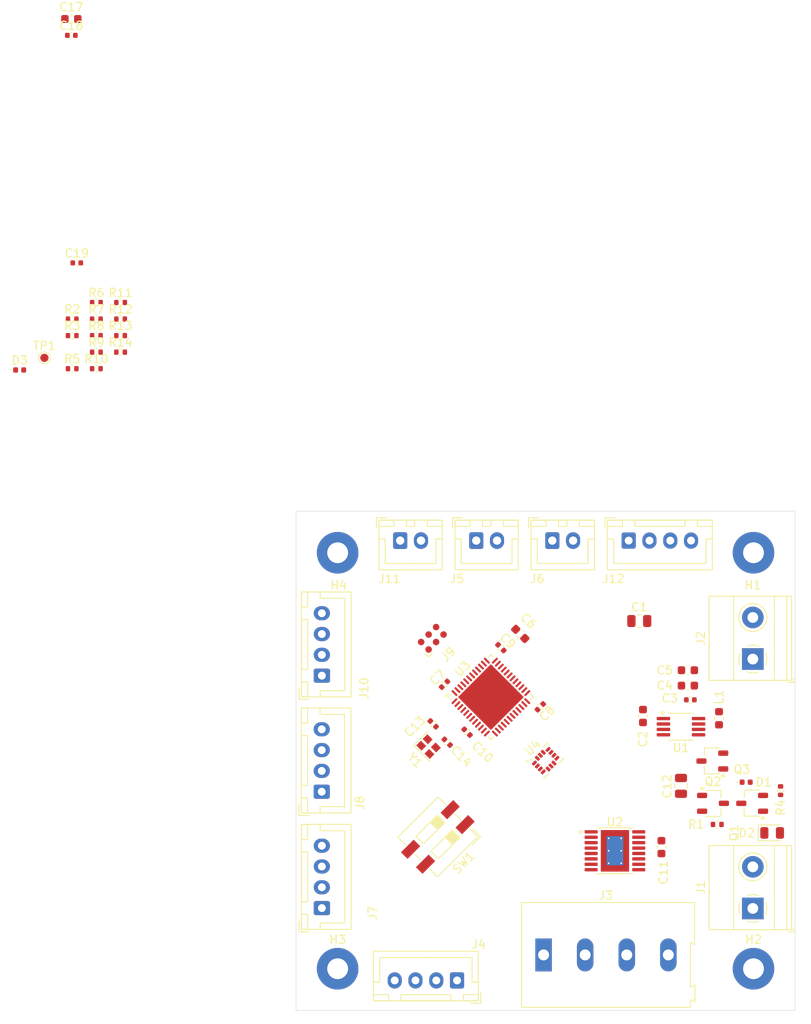
<source format=kicad_pcb>
(kicad_pcb (version 20240108) (generator "pcbnew") (generator_version "8.0")
  (layers (0 "F.Cu" signal) (31 "B.Cu" signal) (34 "B.Paste" user) (35 "F.Paste" user) (36 "B.SilkS" user "B.Silkscreen") (37 "F.SilkS" user "F.Silkscreen") (38 "B.Mask" user) (39 "F.Mask" user) (44 "Edge.Cuts" user))
  (net 0 "")
  (net 1 "Net-(U3-VCAP1)")
  (net 2 "GND")
  (net 3 "+3V3")
  (net 4 "VDC")
  (net 5 "/NRST")
  (net 6 "/BOOT0")
  (net 7 "Net-(D1-A)")
  (net 8 "/VIN")
  (net 9 "Net-(U1-SW)")
  (net 10 "/CLK1")
  (net 11 "Net-(Q2-G)")
  (net 12 "/BOUT_L")
  (net 13 "/AOUT_R")
  (net 14 "/BOUT_R")
  (net 15 "/AOUT_L")
  (net 16 "/USB_N")
  (net 17 "/USB_P")
  (net 18 "/STM.B3")
  (net 19 "/STM.B0")
  (net 20 "/STM.B1")
  (net 21 "/STM.B2")
  (net 22 "/ENC1A")
  (net 23 "/ENC1B")
  (net 24 "/SWCLK")
  (net 25 "/SWDIO")
  (net 26 "/ENC2B")
  (net 27 "/ENC2A")
  (net 28 "/I2C_SCL")
  (net 29 "/I2C_SDA")
  (net 30 "/SPI2_MISO")
  (net 32 "/SPI2_CLK")
  (net 33 "/SPI2_MOSI")
  (net 34 "/DEBUG_RX")
  (net 35 "/DEBUG_TX")
  (net 36 "/3V3_PG")
  (net 37 "Net-(U1-VOS)")
  (net 38 "Net-(U2-MODE)")
  (net 39 "Net-(D1-K)")
  (net 40 "Net-(U2-TRQ)")
  (net 41 "/nFAULT_DRV")
  (net 42 "/DRV_EN")
  (net 43 "/DEBUG_LED")
  (net 44 "/IMU_INT2")
  (net 45 "/SPI1_MISO")
  (net 46 "/SPI1_CLK")
  (net 47 "/IMU_INT1")
  (net 48 "/SPI1_MOSI")
  (net 49 "/PWM2B")
  (net 50 "/PWM1A")
  (net 51 "/PWM1B")
  (net 52 "/IMU_CS")
  (net 53 "/PWM2A")
  (net 54 "/CLK0")
  (net 55 "Net-(R11-Pad1)")
  (net 56 "Net-(D3-A)")
  (net 57 "Net-(R13-Pad1)")
  (net 58 "/VDCMON")
  (net 61 "Net-(J9-~{RESET})")
  (net 62 "/SPI2_NSS")
  (footprint "Capacitor_SMD:C_0402_1005Metric" (layer "F.Cu") (at 152.686549 92.606628 -45)
    (property "Reference" "C9" (at 0 -1.16 135) (layer "F.SilkS"))
    (property "Value" "100n")
    (pad "1" smd roundrect (at -0.48 0 315) (size 0.56 0.62) (layers "F.Cu" "F.Paste" "F.Mask") (net 3 "+3V3"))
    (pad "2" smd roundrect (at 0.48 0 315) (size 0.56 0.62) (layers "F.Cu" "F.Paste" "F.Mask") (net 2 "GND"))
  )
  (footprint "Capacitor_SMD:C_0603_1608Metric" (layer "F.Cu") (at 101.042 17.042)
    (property "Reference" "C17" (at 0 -1.43 0) (layer "F.SilkS"))
    (property "Value" "4u7")
    (pad "1" smd roundrect (at -0.775 0) (size 0.9 0.95) (layers "F.Cu" "F.Paste" "F.Mask") (net 1 "Net-(U3-VCAP1)"))
    (pad "2" smd roundrect (at 0.775 0) (size 0.9 0.95) (layers "F.Cu" "F.Paste" "F.Mask") (net 2 "GND"))
  )
  (footprint "Capacitor_SMD:C_0805_2012Metric" (layer "F.Cu") (at 169.330001 89.408)
    (property "Reference" "C1" (at 0 -1.679999 0) (layer "F.SilkS"))
    (property "Value" "47u")
    (pad "1" smd roundrect (at -0.949999 0) (size 1 1.45) (layers "F.Cu" "F.Paste" "F.Mask") (net 4 "VDC"))
    (pad "2" smd roundrect (at 0.949999 0) (size 1 1.45) (layers "F.Cu" "F.Paste" "F.Mask") (net 2 "GND"))
  )
  (footprint "Crystal:Crystal_SMD_2016-4Pin_2.0x1.6mm" (layer "F.Cu") (at 143.988026 104.497922 -45)
    (property "Reference" "Y1" (at 0.018421 2.323682 135) (layer "F.SilkS"))
    (property "Value" "Crystal_GND24_Small")
    (pad "1" smd rect (at -0.7 0.55 315) (size 0.9 0.8) (layers "F.Cu" "F.Paste" "F.Mask") (net 54 "/CLK0"))
    (pad "2" smd rect (at 0.7 0.55 315) (size 0.9 0.8) (layers "F.Cu" "F.Paste" "F.Mask") (net 2 "GND"))
    (pad "3" smd rect (at 0.7 -0.55 315) (size 0.9 0.8) (layers "F.Cu" "F.Paste" "F.Mask") (net 10 "/CLK1"))
    (pad "4" smd rect (at -0.7 -0.55 315) (size 0.9 0.8) (layers "F.Cu" "F.Paste" "F.Mask") (net 2 "GND"))
  )
  (footprint "Package_TO_SOT_SMD:TSOT-23" (layer "F.Cu") (at 182.900002 111.318 180)
    (property "Reference" "Q1" (at 2.167501 -3.556 -90) (layer "F.SilkS"))
    (property "Value" "AO3401A")
    (pad "1" smd roundrect (at -1.309999 -0.95 180) (size 1.22 0.65) (layers "F.Cu" "F.Paste" "F.Mask") (net 8 "/VIN"))
    (pad "2" smd roundrect (at -1.309999 0.95 180) (size 1.22 0.65) (layers "F.Cu" "F.Paste" "F.Mask") (net 7 "Net-(D1-A)"))
    (pad "3" smd roundrect (at 1.31 0 180) (size 1.22 0.65) (layers "F.Cu" "F.Paste" "F.Mask") (net 39 "Net-(D1-K)"))
  )
  (footprint "MountingHole:MountingHole_2.5mm_Pad_TopBottom" (layer "F.Cu") (at 183.06 81.2)
    (property "Reference" "H1" (at -0.08 3.89 0) (layer "F.SilkS"))
    (property "Value" "MountingHole_Pad")
    (pad "1" thru_hole circle (at 0 0) (size 2.9 2.9) (drill 2.5) (layers "*.Cu" "*.Mask") (net 2 "GND"))
    (pad "1" connect circle (at 0 0) (size 5 5) (layers "F.Cu" "F.Mask") (net 2 "GND"))
    (pad "1" connect circle (at 0 0) (size 5 5) (layers "B.Cu" "B.Mask") (net 2 "GND"))
  )
  (footprint "Connector_JST:JST_XH_B4B-XH-A_1x04_P2.50mm_Vertical" (layer "F.Cu") (at 147.42 132.605 180)
    (property "Reference" "J4" (at -2.600001 4.335 180) (layer "F.SilkS"))
    (property "Value" "Conn_01x04")
    (pad "1" thru_hole roundrect (at 0 0 180) (size 1.7 1.95) (drill 0.95) (layers "*.Cu" "*.Mask") (roundrect_rratio 0.147059))
    (pad "2" thru_hole oval (at 2.5 0 180) (size 1.7 1.95) (drill 0.95) (layers "*.Cu" "*.Mask") (net 46 "/SPI1_CLK"))
    (pad "3" thru_hole oval (at 5 0 180) (size 1.7 1.95) (drill 0.95) (layers "*.Cu" "*.Mask") (net 45 "/SPI1_MISO"))
    (pad "4" thru_hole oval (at 7.5 0 180) (size 1.7 1.95) (drill 0.95) (layers "*.Cu" "*.Mask") (net 48 "/SPI1_MOSI"))
  )
  (footprint "Capacitor_SMD:C_0402_1005Metric" (layer "F.Cu") (at 148.622549 102.766628 135)
    (property "Reference" "C10" (at -2.994471 -0.35921 -45) (layer "F.SilkS"))
    (property "Value" "100n")
    (pad "1" smd roundrect (at -0.48 0 135) (size 0.56 0.62) (layers "F.Cu" "F.Paste" "F.Mask") (net 3 "+3V3"))
    (pad "2" smd roundrect (at 0.48 0 135) (size 0.56 0.62) (layers "F.Cu" "F.Paste" "F.Mask") (net 2 "GND"))
  )
  (footprint "Resistor_SMD:R_0402_1005Metric" (layer "F.Cu") (at 101.142 59.082)
    (property "Reference" "R5" (at 0 -1.17 0) (layer "F.SilkS"))
    (property "Value" "10k")
    (pad "1" smd roundrect (at -0.51 0) (size 0.54 0.64) (layers "F.Cu" "F.Paste" "F.Mask") (net 41 "/nFAULT_DRV"))
    (pad "2" smd roundrect (at 0.51 0) (size 0.54 0.64) (layers "F.Cu" "F.Paste" "F.Mask") (net 3 "+3V3"))
  )
  (footprint "Capacitor_SMD:C_0402_1005Metric" (layer "F.Cu") (at 146.235411 103.971411 -45)
    (property "Reference" "C14" (at 2.393682 0 135) (layer "F.SilkS"))
    (property "Value" "1u")
    (pad "1" smd roundrect (at -0.48 0 315) (size 0.56 0.62) (layers "F.Cu" "F.Paste" "F.Mask") (net 10 "/CLK1"))
    (pad "2" smd roundrect (at 0.48 0 315) (size 0.56 0.62) (layers "F.Cu" "F.Paste" "F.Mask") (net 2 "GND"))
  )
  (footprint "TestPoint:TestPoint_Pad_D1.0mm" (layer "F.Cu") (at 97.802 57.772)
    (property "Reference" "TP1" (at 0 -1.448 0) (layer "F.SilkS"))
    (property "Value" "TestPoint")
    (pad "1" smd circle (at 0 0) (size 1 1) (layers "F.Cu" "F.Mask") (net 3 "+3V3"))
  )
  (footprint "Connector_JST:JST_XH_B2B-XH-A_1x02_P2.50mm_Vertical" (layer "F.Cu") (at 158.87 79.739001)
    (property "Reference" "J6" (at -1.798 4.588999 180) (layer "F.SilkS"))
    (property "Value" "Conn_01x02")
    (pad "1" thru_hole roundrect (at 0 0) (size 1.7 2) (drill 1) (layers "*.Cu" "*.Mask") (roundrect_rratio 0.147059) (net 17 "/USB_P"))
    (pad "2" thru_hole oval (at 2.5 0) (size 1.7 2) (drill 1) (layers "*.Cu" "*.Mask") (net 16 "/USB_N"))
  )
  (footprint "Resistor_SMD:R_0402_1005Metric" (layer "F.Cu") (at 101.142 55.102)
    (property "Reference" "R3" (at 0 -1.17 0) (layer "F.SilkS"))
    (property "Value" "100k")
    (pad "1" smd roundrect (at -0.51 0) (size 0.54 0.64) (layers "F.Cu" "F.Paste" "F.Mask") (net 36 "/3V3_PG"))
    (pad "2" smd roundrect (at 0.51 0) (size 0.54 0.64) (layers "F.Cu" "F.Paste" "F.Mask") (net 3 "+3V3"))
  )
  (footprint "TerminalBlock_Phoenix:TerminalBlock_Phoenix_MKDS-1,5-2_1x02_P5.00mm_Horizontal" (layer "F.Cu") (at 182.98 93.98 90)
    (property "Reference" "J2" (at 2.5 -6.259999 -90) (layer "F.SilkS"))
    (property "Value" "Conn_01x02")
    (pad "1" thru_hole rect (at 0 0 90) (size 2.6 2.6) (drill 1.3) (layers "*.Cu" "*.Mask") (net 2 "GND"))
    (pad "2" thru_hole circle (at 5 0 90) (size 2.6 2.6) (drill 1.3) (layers "*.Cu" "*.Mask") (net 8 "/VIN"))
  )
  (footprint "Package_LGA:LGA-14_3x2.5mm_P0.5mm_LayoutBorder3x4y" (layer "F.Cu") (at 158.070788 106.189961 45)
    (property "Reference" "U4" (at 0 -2.2 45) (layer "F.SilkS"))
    (property "Value" "ICM-42670-P")
    (pad "1" smd roundrect (at -1.162501 -0.75 45) (size 0.625 0.35) (layers "F.Cu" "F.Paste" "F.Mask") (net 48 "/SPI1_MOSI"))
    (pad "2" smd roundrect (at -1.1625 -0.25 45) (size 0.625 0.35) (layers "F.Cu" "F.Paste" "F.Mask"))
    (pad "3" smd roundrect (at -1.1625 0.25 45) (size 0.625 0.35) (layers "F.Cu" "F.Paste" "F.Mask"))
    (pad "4" smd roundrect (at -1.162501 0.75 45) (size 0.625 0.35) (layers "F.Cu" "F.Paste" "F.Mask") (net 47 "/IMU_INT1"))
    (pad "5" smd roundrect (at -0.499999 0.9125 45) (size 0.35 0.625) (layers "F.Cu" "F.Paste" "F.Mask") (net 3 "+3V3"))
    (pad "6" smd roundrect (at 0 0.9125 45) (size 0.35 0.625) (layers "F.Cu" "F.Paste" "F.Mask") (net 2 "GND"))
    (pad "7" smd roundrect (at 0.499999 0.9125 45) (size 0.35 0.625) (layers "F.Cu" "F.Paste" "F.Mask") (net 2 "GND"))
    (pad "8" smd roundrect (at 1.162501 0.75 45) (size 0.625 0.35) (layers "F.Cu" "F.Paste" "F.Mask") (net 3 "+3V3"))
    (pad "9" smd roundrect (at 1.1625 0.25 45) (size 0.625 0.35) (layers "F.Cu" "F.Paste" "F.Mask") (net 44 "/IMU_INT2"))
    (pad "10" smd roundrect (at 1.1625 -0.25 45) (size 0.625 0.35) (layers "F.Cu" "F.Paste" "F.Mask"))
    (pad "11" smd roundrect (at 1.162501 -0.75 45) (size 0.625 0.35) (layers "F.Cu" "F.Paste" "F.Mask"))
    (pad "12" smd roundrect (at 0.499999 -0.9125 45) (size 0.35 0.625) (layers "F.Cu" "F.Paste" "F.Mask") (net 52 "/IMU_CS"))
    (pad "13" smd roundrect (at 0 -0.9125 45) (size 0.35 0.625) (layers "F.Cu" "F.Paste" "F.Mask") (net 46 "/SPI1_CLK"))
    (pad "14" smd roundrect (at -0.499999 -0.9125 45) (size 0.35 0.625) (layers "F.Cu" "F.Paste" "F.Mask") (net 45 "/SPI1_MISO"))
  )
  (footprint "Resistor_SMD:R_0402_1005Metric" (layer "F.Cu") (at 101.142 53.112)
    (property "Reference" "R2" (at 0 -1.17 0) (layer "F.SilkS"))
    (property "Value" "100k")
    (pad "1" smd roundrect (at -0.51 0) (size 0.54 0.64) (layers "F.Cu" "F.Paste" "F.Mask") (net 37 "Net-(U1-VOS)"))
    (pad "2" smd roundrect (at 0.51 0) (size 0.54 0.64) (layers "F.Cu" "F.Paste" "F.Mask") (net 3 "+3V3"))
  )
  (footprint "MountingHole:MountingHole_2.5mm_Pad_TopBottom" (layer "F.Cu") (at 133.06 131.2)
    (property "Reference" "H3" (at 0 -3.5 0) (layer "F.SilkS"))
    (property "Value" "MountingHole_Pad")
    (pad "1" thru_hole circle (at 0 0) (size 2.9 2.9) (drill 2.5) (layers "*.Cu" "*.Mask") (net 2 "GND"))
    (pad "1" connect circle (at 0 0) (size 5 5) (layers "F.Cu" "F.Mask") (net 2 "GND"))
    (pad "1" connect circle (at 0 0) (size 5 5) (layers "B.Cu" "B.Mask") (net 2 "GND"))
  )
  (footprint "Package_TO_SOT_SMD:TSOT-23" (layer "F.Cu") (at 178.114001 106.238 180)
    (property "Reference" "Q3" (at -3.556 -1.016 180) (layer "F.SilkS"))
    (property "Value" "AO3400A")
    (pad "1" smd roundrect (at -1.309999 -0.95 180) (size 1.22 0.65) (layers "F.Cu" "F.Paste" "F.Mask") (net 11 "Net-(Q2-G)"))
    (pad "2" smd roundrect (at -1.309999 0.95 180) (size 1.22 0.65) (layers "F.Cu" "F.Paste" "F.Mask") (net 36 "/3V3_PG"))
    (pad "3" smd roundrect (at 1.31 0 180) (size 1.22 0.65) (layers "F.Cu" "F.Paste" "F.Mask") (net 2 "GND"))
  )
  (footprint "TerminalBlock_Phoenix:TerminalBlock_Phoenix_MKDS-1,5-2_1x02_P5.00mm_Horizontal" (layer "F.Cu") (at 182.98 123.952 90)
    (property "Reference" "J1" (at 2.5 -6.259999 -90) (layer "F.SilkS"))
    (property "Value" "Conn_01x02")
    (pad "1" thru_hole rect (at 0 0 90) (size 2.6 2.6) (drill 1.3) (layers "*.Cu" "*.Mask") (net 3 "+3V3"))
    (pad "2" thru_hole circle (at 5 0 90) (size 2.6 2.6) (drill 1.3) (layers "*.Cu" "*.Mask") (net 2 "GND"))
  )
  (footprint "Button_Switch_SMD:SW_DIP_SPSTx02_Slide_6.7x6.64mm_W6.73mm_P2.54mm_LowProfile_JPin" (layer "F.Cu") (at 145.10944 115.358611 -135)
    (property "Reference" "SW1" (at 0 -4.38 -135) (layer "F.SilkS"))
    (property "Value" "SW_DIP_x02")
    (pad "1" smd rect (at -3.365 -1.27 225) (size 2.16 1.12) (layers "F.Cu" "F.Paste" "F.Mask") (net 2 "GND"))
    (pad "2" smd rect (at -3.365 1.27 225) (size 2.16 1.12) (layers "F.Cu" "F.Paste" "F.Mask") (net 57 "Net-(R13-Pad1)"))
    (pad "3" smd rect (at 3.365 1.27 225) (size 2.16 1.12) (layers "F.Cu" "F.Paste" "F.Mask") (net 6 "/BOOT0"))
    (pad "4" smd rect (at 3.365 -1.27 225) (size 2.16 1.12) (layers "F.Cu" "F.Paste" "F.Mask") (net 55 "Net-(R11-Pad1)"))
  )
  (footprint "Capacitor_SMD:C_0402_1005Metric" (layer "F.Cu") (at 101.692 46.362)
    (property "Reference" "C19" (at 0 -1.16 0) (layer "F.SilkS"))
    (property "Value" "1u")
    (pad "1" smd roundrect (at -0.48 0) (size 0.56 0.62) (layers "F.Cu" "F.Paste" "F.Mask") (net 6 "/BOOT0"))
    (pad "2" smd roundrect (at 0.48 0) (size 0.56 0.62) (layers "F.Cu" "F.Paste" "F.Mask") (net 2 "GND"))
  )
  (footprint "Connector_JST:JST_XH_B4B-XH-A_1x04_P2.50mm_Vertical" (layer "F.Cu") (at 131.164 123.912 90)
    (property "Reference" "J7" (at -0.588 6.096 -90) (layer "F.SilkS"))
    (property "Value" "Conn_01x04")
    (pad "1" thru_hole roundrect (at 0 0 90) (size 1.7 1.95) (drill 0.95) (layers "*.Cu" "*.Mask") (roundrect_rratio 0.147059) (net 19 "/STM.B0"))
    (pad "2" thru_hole oval (at 2.5 0 90) (size 1.7 1.95) (drill 0.95) (layers "*.Cu" "*.Mask") (net 20 "/STM.B1"))
    (pad "3" thru_hole oval (at 5 0 90) (size 1.7 1.95) (drill 0.95) (layers "*.Cu" "*.Mask") (net 21 "/STM.B2"))
    (pad "4" thru_hole oval (at 7.5 0 90) (size 1.7 1.95) (drill 0.95) (layers "*.Cu" "*.Mask") (net 18 "/STM.B3"))
  )
  (footprint "MountingHole:MountingHole_2.5mm_Pad_TopBottom" (layer "F.Cu") (at 133.06 81.2)
    (property "Reference" "H4" (at 0.136 3.89 0) (layer "F.SilkS"))
    (property "Value" "MountingHole_Pad")
    (pad "1" thru_hole circle (at 0 0) (size 2.9 2.9) (drill 2.5) (layers "*.Cu" "*.Mask") (net 2 "GND"))
    (pad "1" connect circle (at 0 0) (size 5 5) (layers "F.Cu" "F.Mask") (net 2 "GND"))
    (pad "1" connect circle (at 0 0) (size 5 5) (layers "B.Cu" "B.Mask") (net 2 "GND"))
  )
  (footprint "Diode_SMD:D_0402_1005Metric" (layer "F.Cu") (at 94.827 59.232)
    (property "Reference" "D3" (at 0 -1.17 0) (layer "F.SilkS"))
    (property "Value" "LED_G")
    (pad "1" smd roundrect (at -0.485 0) (size 0.59 0.64) (layers "F.Cu" "F.Paste" "F.Mask") (net 2 "GND"))
    (pad "2" smd roundrect (at 0.485 0) (size 0.59 0.64) (layers "F.Cu" "F.Paste" "F.Mask") (net 56 "Net-(D3-A)"))
  )
  (footprint "Resistor_SMD:R_0402_1005Metric" (layer "F.Cu") (at 104.052 53.112)
    (property "Reference" "R7" (at 0 -1.17 0) (layer "F.SilkS"))
    (property "Value" "10k")
    (pad "1" smd roundrect (at -0.51 0) (size 0.54 0.64) (layers "F.Cu" "F.Paste" "F.Mask") (net 2 "GND"))
    (pad "2" smd roundrect (at 0.51 0) (size 0.54 0.64) (layers "F.Cu" "F.Paste" "F.Mask") (net 42 "/DRV_EN"))
  )
  (footprint "Diode_SMD:D_0805_2012Metric" (layer "F.Cu") (at 185.304501 114.874)
    (property "Reference" "D2" (at -3.048 0 0) (layer "F.SilkS"))
    (property "Value" "1.5KExxA")
    (pad "1" smd roundrect (at -0.9375 0) (size 0.975 1.4) (layers "F.Cu" "F.Paste" "F.Mask") (net 8 "/VIN"))
    (pad "2" smd roundrect (at 0.9375 0) (size 0.975 1.4) (layers "F.Cu" "F.Paste" "F.Mask") (net 2 "GND"))
  )
  (footprint "TerminalBlock:TerminalBlock_Altech_AK300-4_P5.00mm" (layer "F.Cu") (at 157.82 129.54)
    (property "Reference" "J3" (at 7.5 -7.15 0) (layer "F.SilkS"))
    (property "Value" "Conn_01x04")
    (pad "1" thru_hole rect (at 0 0) (size 1.98 3.96) (drill 1.32) (layers "*.Cu" "*.Mask") (net 15 "/AOUT_L"))
    (pad "2" thru_hole oval (at 5 0) (size 1.98 3.96) (drill 1.32) (layers "*.Cu" "*.Mask") (net 12 "/BOUT_L"))
    (pad "3" thru_hole oval (at 10 0) (size 1.98 3.96) (drill 1.32) (layers "*.Cu" "*.Mask") (net 13 "/AOUT_R"))
    (pad "4" thru_hole oval (at 15 0) (size 1.98 3.96) (drill 1.32) (layers "*.Cu" "*.Mask") (net 14 "/BOUT_R"))
  )
  (footprint "Package_SO:HTSSOP-16-1EP_4.4x5mm_P0.65mm_EP3.4x5mm_Mask2.46x2.31mm_ThermalVias" (layer "F.Cu") (at 166.4015 117.023)
    (property "Reference" "U2" (at 0 -3.449999 0) (layer "F.SilkS"))
    (property "Value" "DRV8847PWP")
    (pad "1" smd roundrect (at -2.8625 -2.275) (size 1.575 0.4) (layers "F.Cu" "F.Paste" "F.Mask") (net 42 "/DRV_EN"))
    (pad "2" smd roundrect (at -2.8625 -1.625) (size 1.575 0.4) (layers "F.Cu" "F.Paste" "F.Mask") (net 15 "/AOUT_L"))
    (pad "3" smd roundrect (at -2.8625 -0.975) (size 1.575 0.4) (layers "F.Cu" "F.Paste" "F.Mask") (net 2 "GND"))
    (pad "4" smd roundrect (at -2.8625 -0.325) (size 1.575 0.4) (layers "F.Cu" "F.Paste" "F.Mask") (net 12 "/BOUT_L"))
    (pad "5" smd roundrect (at -2.8625 0.325) (size 1.575 0.4) (layers "F.Cu" "F.Paste" "F.Mask") (net 14 "/BOUT_R"))
    (pad "6" smd roundrect (at -2.8625 0.975) (size 1.575 0.4) (layers "F.Cu" "F.Paste" "F.Mask") (net 2 "GND"))
    (pad "7" smd roundrect (at -2.8625 1.625) (size 1.575 0.4) (layers "F.Cu" "F.Paste" "F.Mask") (net 13 "/AOUT_R"))
    (pad "8" smd roundrect (at -2.8625 2.275) (size 1.575 0.4) (layers "F.Cu" "F.Paste" "F.Mask") (net 41 "/nFAULT_DRV"))
    (pad "9" smd roundrect (at 2.8625 2.275) (size 1.575 0.4) (layers "F.Cu" "F.Paste" "F.Mask") (net 53 "/PWM2A"))
    (pad "10" smd roundrect (at 2.8625 1.625) (size 1.575 0.4) (layers "F.Cu" "F.Paste" "F.Mask") (net 49 "/PWM2B"))
    (pad "11" smd roundrect (at 2.8625 0.975) (size 1.575 0.4) (layers "F.Cu" "F.Paste" "F.Mask") (net 40 "Net-(U2-TRQ)"))
    (pad "12" smd roundrect (at 2.8625 0.325) (size 1.575 0.4) (layers "F.Cu" "F.Paste" "F.Mask") (net 4 "VDC"))
    (pad "13" smd roundrect (at 2.8625 -0.325) (size 1.575 0.4) (layers "F.Cu" "F.Paste" "F.Mask") (net 2 "GND"))
    (pad "14" smd roundrect (at 2.8625 -0.975) (size 1.575 0.4) (layers "F.Cu" "F.Paste" "F.Mask") (net 38 "Net-(U2-MODE)"))
    (pad "15" smd roundrect (at 2.8625 -1.625) (size 1.575 0.4) (layers "F.Cu" "F.Paste" "F.Mask") (net 51 "/PWM1B"))
    (pad "16" smd roundrect (at 2.8625 -2.275) (size 1.575 0.4) (layers "F.Cu" "F.Paste" "F.Mask") (net 50 "/PWM1A"))
    (pad "17" thru_hole circle (at -0.75 -1.5) (size 0.5 0.5) (drill 0.2) (property pad_prop_heatsink) (layers "*.Cu") (net 2 "GND"))
    (pad "17" thru_hole circle (at -0.75 0) (size 0.5 0.5) (drill 0.2) (property pad_prop_heatsink) (layers "*.Cu") (net 2 "GND"))
    (pad "17" thru_hole circle (at -0.75 1.5) (size 0.5 0.5) (drill 0.2) (property pad_prop_heatsink) (layers "*.Cu") (net 2 "GND"))
    (pad "17" smd rect (at 0 0) (size 2 3.5) (property pad_prop_heatsink) (layers "B.Cu") (net 2 "GND"))
    (pad "17" smd rect (at 0 0) (size 3.4 5) (property pad_prop_heatsink) (layers "F.Cu") (net 2 "GND"))
    (pad "17" thru_hole circle (at 0.75 -1.5) (size 0.5 0.5) (drill 0.2) (property pad_prop_heatsink) (layers "*.Cu") (net 2 "GND"))
    (pad "17" thru_hole circle (at 0.75 0) (size 0.5 0.5) (drill 0.2) (property pad_prop_heatsink) (layers "*.Cu") (net 2 "GND"))
    (pad "17" thru_hole circle (at 0.75 1.5) (size 0.5 0.5) (drill 0.2) (property pad_prop_heatsink) (layers "*.Cu") (net 2 "GND"))
  )
  (footprint "Capacitor_SMD:C_0402_1005Metric" (layer "F.Cu") (at 157.429371 99.718628 -135)
    (property "Reference" "C8" (at 0 -1.16 -135) (layer "F.SilkS"))
    (property "Value" "100n")
    (pad "1" smd roundrect (at -0.48 0 225) (size 0.56 0.62) (layers "F.Cu" "F.Paste" "F.Mask") (net 3 "+3V3"))
    (pad "2" smd roundrect (at 0.48 0 225) (size 0.56 0.62) (layers "F.Cu" "F.Paste" "F.Mask") (net 2 "GND"))
  )
  (footprint "Capacitor_SMD:C_0402_1005Metric" (layer "F.Cu") (at 175.4685 98.877001 180)
    (property "Reference" "C3" (at 2.487501 0.183 180) (layer "F.SilkS"))
    (property "Value" "100n")
    (pad "1" smd roundrect (at -0.48 0 180) (size 0.56 0.62) (layers "F.Cu" "F.Paste" "F.Mask") (net 3 "+3V3"))
    (pad "2" smd roundrect (at 0.48 0 180) (size 0.56 0.62) (layers "F.Cu" "F.Paste" "F.Mask") (net 2 "GND"))
  )
  (footprint "Connector_JST:JST_XH_B2B-XH-A_1x02_P2.50mm_Vertical" (layer "F.Cu") (at 149.726 79.739001)
    (property "Reference" "J5" (at -2.306 4.588999 180) (layer "F.SilkS"))
    (property "Value" "Conn_01x02")
    (pad "1" thru_hole roundrect (at 0 0) (size 1.7 2) (drill 1) (layers "*.Cu" "*.Mask") (roundrect_rratio 0.147059) (net 35 "/DEBUG_TX"))
    (pad "2" thru_hole oval (at 2.5 0) (size 1.7 2) (drill 1) (layers "*.Cu" "*.Mask") (net 34 "/DEBUG_RX"))
  )
  (footprint "Resistor_SMD:R_0402_1005Metric" (layer "F.Cu") (at 104.052 59.082)
    (property "Reference" "R10" (at 0 -1.17 0) (layer "F.SilkS"))
    (property "Value" "10k")
    (pad "1" smd roundrect (at -0.51 0) (size 0.54 0.64) (layers "F.Cu" "F.Paste" "F.Mask") (net 56 "Net-(D3-A)"))
    (pad "2" smd roundrect (at 0.51 0) (size 0.54 0.64) (layers "F.Cu" "F.Paste" "F.Mask") (net 43 "/DEBUG_LED"))
  )
  (footprint "Inductor_SMD:L_0603_1608Metric" (layer "F.Cu") (at 178.916 101.092 90)
    (property "Reference" "L1" (at 2.54 0 -90) (layer "F.SilkS"))
    (property "Value" "2u2")
    (pad "1" smd roundrect (at -0.787501 0 90) (size 0.875 0.95) (layers "F.Cu" "F.Paste" "F.Mask") (net 9 "Net-(U1-SW)"))
    (pad "2" smd roundrect (at 0.787501 0 90) (size 0.875 0.95) (layers "F.Cu" "F.Paste" "F.Mask") (net 3 "+3V3"))
  )
  (footprint "Capacitor_SMD:C_0603_1608Metric" (layer "F.Cu") (at 171.9905 116.581001 90)
    (property "Reference" "C11" (at -3.048 0.241 270) (layer "F.SilkS"))
    (property "Value" "10u")
    (pad "1" smd roundrect (at -0.775 0 90) (size 0.9 0.95) (layers "F.Cu" "F.Paste" "F.Mask") (net 4 "VDC"))
    (pad "2" smd roundrect (at 0.775 0 90) (size 0.9 0.95) (layers "F.Cu" "F.Paste" "F.Mask") (net 2 "GND"))
  )
  (footprint "Resistor_SMD:R_0402_1005Metric" (layer "F.Cu") (at 106.962 57.092)
    (property "Reference" "R14" (at 0 -1.17 0) (layer "F.SilkS"))
    (property "Value" "100k")
    (pad "1" smd roundrect (at -0.51 0) (size 0.54 0.64) (layers "F.Cu" "F.Paste" "F.Mask") (net 2 "GND"))
    (pad "2" smd roundrect (at 0.51 0) (size 0.54 0.64) (layers "F.Cu" "F.Paste" "F.Mask") (net 6 "/BOOT0"))
  )
  (footprint "Capacitor_SMD:C_0603_1608Metric" (layer "F.Cu") (at 175.173501 95.320999 180)
    (property "Reference" "C5" (at 2.781 0 180) (layer "F.SilkS"))
    (property "Value" "10u")
    (pad "1" smd roundrect (at -0.775 0 180) (size 0.9 0.95) (layers "F.Cu" "F.Paste" "F.Mask") (net 3 "+3V3"))
    (pad "2" smd roundrect (at 0.775 0 180) (size 0.9 0.95) (layers "F.Cu" "F.Paste" "F.Mask") (net 2 "GND"))
  )
  (footprint "Resistor_SMD:R_0402_1005Metric" (layer "F.Cu") (at 106.962 55.102)
    (property "Reference" "R13" (at 0 -1.17 0) (layer "F.SilkS"))
    (property "Value" "10k")
    (pad "1" smd roundrect (at -0.51 0) (size 0.54 0.64) (layers "F.Cu" "F.Paste" "F.Mask") (net 57 "Net-(R13-Pad1)"))
    (pad "2" smd roundrect (at 0.51 0) (size 0.54 0.64) (layers "F.Cu" "F.Paste" "F.Mask") (net 3 "+3V3"))
  )
  (footprint "Connector_JST:JST_XH_B2B-XH-A_1x02_P2.50mm_Vertical" (layer "F.Cu") (at 140.582 79.739)
    (property "Reference" "J11" (at -1.29 4.589 0) (layer "F.SilkS"))
    (property "Value" "Conn_01x02")
    (pad "1" thru_hole roundrect (at 0 0) (size 1.7 2) (drill 1) (layers "*.Cu" "*.Mask") (roundrect_rratio 0.147059) (net 28 "/I2C_SCL"))
    (pad "2" thru_hole oval (at 2.5 0) (size 1.7 2) (drill 1) (layers "*.Cu" "*.Mask") (net 29 "/I2C_SDA"))
  )
  (footprint "Connector:Tag-Connect_TC2030-IDC-NL_2x03_P1.27mm_Vertical" (layer "F.Cu") (at 144.448947 91.481026 45)
    (property "Reference" "J9" (at 0 2.7 45) (layer "F.SilkS"))
    (property "Value" "Conn_ARM_SWD_TagConnect_TC2030-NL")
    (pad "" np_thru_hole circle (at -2.54 0 45) (size 0.9906 0.9906) (drill 0.9906) (layers "*.Cu" "*.Mask"))
    (pad "" np_thru_hole circle (at 2.54 -1.016 45) (size 0.9906 0.9906) (drill 0.9906) (layers "*.Cu" "*.Mask"))
    (pad "" np_thru_hole circle (at 2.54 1.016 45) (size 0.9906 0.9906) (drill 0.9906) (layers "*.Cu" "*.Mask"))
    (pad "1" connect circle (at -1.27 0.635 45) (size 0.7874 0.7874) (layers "F.Cu" "F.Mask") (net 3 "+3V3"))
    (pad "2" connect circle (at -1.27 -0.635 45) (size 0.7874 0.7874) (layers "F.Cu" "F.Mask") (net 25 "/SWDIO"))
    (pad "3" connect circle (at 0 0.635 45) (size 0.7874 0.7874) (layers "F.Cu" "F.Mask") (net 61 "Net-(J9-~{RESET})"))
    (pad "4" connect circle (at 0 -0.635 45) (size 0.7874 0.7874) (layers "F.Cu" "F.Mask") (net 24 "/SWCLK"))
    (pad "5" connect circle (at 1.27 0.635 45) (size 0.7874 0.7874) (layers "F.Cu" "F.Mask") (net 2 "GND"))
    (pad "6" connect circle (at 1.27 -0.635 45) (size 0.7874 0.7874) (layers "F.Cu" "F.Mask"))
  )
  (footprint "Resistor_SMD:R_0402_1005Metric" (layer "F.Cu") (at 104.052 57.092)
    (property "Reference" "R9" (at 0 -1.17 0) (layer "F.SilkS"))
    (property "Value" "0R")
    (pad "1" smd roundrect (at -0.51 0) (size 0.54 0.64) (layers "F.Cu" "F.Paste" "F.Mask") (net 61 "Net-(J9-~{RESET})"))
    (pad "2" smd roundrect (at 0.51 0) (size 0.54 0.64) (layers "F.Cu" "F.Paste" "F.Mask") (net 5 "/NRST"))
  )
  (footprint "Package_TO_SOT_SMD:TSOT-23" (layer "F.Cu") (at 178.192501 111.318)
    (property "Reference" "Q2" (at 0 -2.600001 0) (layer "F.SilkS"))
    (property "Value" "AO3401A")
    (pad "1" smd roundrect (at -1.309999 -0.95) (size 1.22 0.65) (layers "F.Cu" "F.Paste" "F.Mask") (net 4 "VDC"))
    (pad "2" smd roundrect (at -1.309999 0.95) (size 1.22 0.65) (layers "F.Cu" "F.Paste" "F.Mask") (net 11 "Net-(Q2-G)"))
    (pad "3" smd roundrect (at 1.31 0) (size 1.22 0.65) (layers "F.Cu" "F.Paste" "F.Mask") (net 39 "Net-(D1-K)"))
  )
  (footprint "Connector_JST:JST_XH_B4B-XH-A_1x04_P2.50mm_Vertical" (layer "F.Cu") (at 131.164 95.972 90)
    (property "Reference" "J10" (at -1.524 5.08 90) (layer "F.SilkS"))
    (property "Value" "Conn_01x04")
    (pad "1" thru_hole roundrect (at 0 0 90) (size 1.7 1.95) (drill 0.95) (layers "*.Cu" "*.Mask") (roundrect_rratio 0.147059) (net 3 "+3V3"))
    (pad "2" thru_hole oval (at 2.5 0 90) (size 1.7 1.95) (drill 0.95) (layers "*.Cu" "*.Mask") (net 27 "/ENC2A"))
    (pad "3" thru_hole oval (at 5 0 90) (size 1.7 1.95) (drill 0.95) (layers "*.Cu" "*.Mask") (net 26 "/ENC2B"))
    (pad "4" thru_hole oval (at 7.5 0 90) (size 1.7 1.95) (drill 0.95) (layers "*.Cu" "*.Mask") (net 2 "GND"))
  )
  (footprint "Connector_JST:JST_XH_B4B-XH-A_1x04_P2.50mm_Vertical" (layer "F.Cu") (at 131.147 109.922 90)
    (property "Reference" "J8" (at -1.330001 4.589 90) (layer "F.SilkS"))
    (property "Value" "Conn_01x04")
    (pad "1" thru_hole roundrect (at 0 0 90) (size 1.7 1.95) (drill 0.95) (layers "*.Cu" "*.Mask") (roundrect_rratio 0.147059) (net 3 "+3V3"))
    (pad "2" thru_hole oval (at 2.5 0 90) (size 1.7 1.95) (drill 0.95) (layers "*.Cu" "*.Mask") (net 22 "/ENC1A"))
    (pad "3" thru_hole oval (at 5 0 90) (size 1.7 1.95) (drill 0.95) (layers "*.Cu" "*.Mask") (net 23 "/ENC1B"))
    (pad "4" thru_hole oval (at 7.5 0 90) (size 1.7 1.95) (drill 0.95) (layers "*.Cu" "*.Mask") (net 2 "GND"))
  )
  (footprint "Resistor_SMD:R_0402_1005Metric" (layer "F.Cu") (at 186.320501 109.794 90)
    (property "Reference" "R4" (at -2.032 0 -90) (layer "F.SilkS"))
    (property "Value" "10k")
    (pad "1" smd roundrect (at -0.509999 0 90) (size 0.54 0.64) (layers "F.Cu" "F.Paste" "F.Mask") (net 7 "Net-(D1-A)"))
    (pad "2" smd roundrect (at 0.509999 0 90) (size 0.54 0.64) (layers "F.Cu" "F.Paste" "F.Mask") (net 2 "GND"))
  )
  (footprint "Capacitor_SMD:C_0402_1005Metric" (layer "F.Cu") (at 145.91396 97.010039 45)
    (property "Reference" "C7" (at 0 -1.16 45) (layer "F.SilkS"))
    (property "Value" "100n")
    (pad "1" smd roundrect (at -0.48 0 45) (size 0.56 0.62) (layers "F.Cu" "F.Paste" "F.Mask") (net 3 "+3V3"))
    (pad "2" smd roundrect (at 0.48 0 45) (size 0.56 0.62) (layers "F.Cu" "F.Paste" "F.Mask") (net 2 "GND"))
  )
  (footprint "Capacitor_SMD:C_0603_1608Metric" (layer "F.Cu") (at 169.772 100.825 90)
    (property "Reference" "C2" (at -2.781 0 -90) (layer "F.SilkS"))
    (property "Value" "10u")
    (pad "1" smd roundrect (at -0.775 0 90) (size 0.9 0.95) (layers "F.Cu" "F.Paste" "F.Mask") (net 4 "VDC"))
    (pad "2" smd roundrect (at 0.775 0 90) (size 0.9 0.95) (layers "F.Cu" "F.Paste" "F.Mask") (net 2 "GND"))
  )
  (footprint "Capacitor_SMD:C_0603_1608Metric" (layer "F.Cu") (at 175.1735 97.17 180)
    (property "Reference" "C4" (at 2.781 0 180) (layer "F.SilkS"))
    (property "Value" "10u")
    (pad "1" smd roundrect (at -0.775 0 180) (size 0.9 0.95) (layers "F.Cu" "F.Paste" "F.Mask") (net 3 "+3V3"))
    (pad "2" smd roundrect (at 0.775 0 180) (size 0.9 0.95) (layers "F.Cu" "F.Paste" "F.Mask") (net 2 "GND"))
  )
  (footprint "Resistor_SMD:R_0402_1005Metric" (layer "F.Cu") (at 178.7025 113.858 180)
    (property "Reference" "R1" (at 2.538001 0 180) (layer "F.SilkS"))
    (property "Value" "100k")
    (pad "1" smd roundrect (at -0.509999 0 180) (size 0.54 0.64) (layers "F.Cu" "F.Paste" "F.Mask") (net 39 "Net-(D1-K)"))
    (pad "2" smd roundrect (at 0.509999 0 180) (size 0.54 0.64) (layers "F.Cu" "F.Paste" "F.Mask") (net 11 "Net-(Q2-G)"))
  )
  (footprint "Diode_SMD:D_0402_1005Metric" (layer "F.Cu") (at 182.178001 108.778)
    (property "Reference" "D1" (at 2.1105 0 0) (layer "F.SilkS"))
    (property "Value" "16V")
    (pad "1" smd roundrect (at -0.485 0) (size 0.59 0.64) (layers "F.Cu" "F.Paste" "F.Mask") (net 39 "Net-(D1-K)"))
    (pad "2" smd roundrect (at 0.485 0) (size 0.59 0.64) (layers "F.Cu" "F.Paste" "F.Mask") (net 7 "Net-(D1-A)"))
  )
  (footprint "Capacitor_SMD:C_0805_2012Metric" (layer "F.Cu") (at 174.344 109.22 90)
    (property "Reference" "C12" (at -0.066001 -1.679999 270) (layer "F.SilkS"))
    (property "Value" "47u")
    (pad "1" smd roundrect (at -0.949999 0 90) (size 1 1.45) (layers "F.Cu" "F.Paste" "F.Mask") (net 4 "VDC"))
    (pad "2" smd roundrect (at 0.949999 0 90) (size 1 1.45) (layers "F.Cu" "F.Paste" "F.Mask") (net 2 "GND"))
  )
  (footprint "Resistor_SMD:R_0402_1005Metric" (layer "F.Cu") (at 106.962 51.122)
    (property "Reference" "R11" (at 0 -1.17 0) (layer "F.SilkS"))
    (property "Value" "10k")
    (pad "1" smd roundrect (at -0.51 0) (size 0.54 0.64) (layers "F.Cu" "F.Paste" "F.Mask") (net 55 "Net-(R11-Pad1)"))
    (pad "2" smd roundrect (at 0.51 0) (size 0.54 0.64) (layers "F.Cu" "F.Paste" "F.Mask") (net 3 "+3V3"))
  )
  (footprint "Resistor_SMD:R_0402_1005Metric" (layer "F.Cu") (at 106.962 53.112)
    (property "Reference" "R12" (at 0 -1.17 0) (layer "F.SilkS"))
    (property "Value" "1k")
    (pad "1" smd roundrect (at -0.51 0) (size 0.54 0.64) (layers "F.Cu" "F.Paste" "F.Mask") (net 55 "Net-(R11-Pad1)"))
    (pad "2" smd roundrect (at 0.51 0) (size 0.54 0.64) (layers "F.Cu" "F.Paste" "F.Mask") (net 5 "/NRST"))
  )
  (footprint "Capacitor_SMD:C_0603_1608Metric" (layer "F.Cu") (at 155.017952 90.954047 -45)
    (property "Reference" "C6" (at -0.41579 -1.796051 135) (layer "F.SilkS"))
    (property "Value" "4u7")
    (pad "1" smd roundrect (at -0.775 0 315) (size 0.9 0.95) (layers "F.Cu" "F.Paste" "F.Mask") (net 3 "+3V3"))
    (pad "2" smd roundrect (at 0.775 0 315) (size 0.9 0.95) (layers "F.Cu" "F.Paste" "F.Mask") (net 2 "GND"))
  )
  (footprint "Package_DFN_QFN:QFN-48-1EP_7x7mm_P0.5mm_EP5.6x5.6mm" (layer "F.Cu") (at 151.484 98.552 45)
    (property "Reference" "U3" (at 0 -4.83 45) (layer "F.SilkS"))
    (property "Value" "STM32F401CCUx")
    (pad "1" smd roundrect (at -3.4375 -2.75 45) (size 0.875 0.25) (layers "F.Cu" "F.Paste" "F.Mask") (net 3 "+3V3"))
    (pad "2" smd roundrect (at -3.4375 -2.25 45) (size 0.875 0.25) (layers "F.Cu" "F.Paste" "F.Mask") (net 43 "/DEBUG_LED"))
    (pad "3" smd roundrect (at -3.4375 -1.749999 45) (size 0.875 0.25) (layers "F.Cu" "F.Paste" "F.Mask") (net 47 "/IMU_INT1"))
    (pad "4" smd roundrect (at -3.4375 -1.25 45) (size 0.875 0.25) (layers "F.Cu" "F.Paste" "F.Mask") (net 44 "/IMU_INT2"))
    (pad "5" smd roundrect (at -3.4375 -0.750001 45) (size 0.875 0.25) (layers "F.Cu" "F.Paste" "F.Mask") (net 54 "/CLK0"))
    (pad "6" smd roundrect (at -3.4375 -0.25 45) (size 0.875 0.25) (layers "F.Cu" "F.Paste" "F.Mask") (net 10 "/CLK1"))
    (pad "7" smd roundrect (at -3.4375 0.25 45) (size 0.875 0.25) (layers "F.Cu" "F.Paste" "F.Mask") (net 5 "/NRST"))
    (pad "8" smd roundrect (at -3.4375 0.750001 45) (size 0.875 0.25) (layers "F.Cu" "F.Paste" "F.Mask") (net 2 "GND"))
    (pad "9" smd roundrect (at -3.4375 1.25 45) (size 0.875 0.25) (layers "F.Cu" "F.Paste" "F.Mask") (net 3 "+3V3"))
    (pad "10" smd roundrect (at -3.4375 1.749999 45) (size 0.875 0.25) (layers "F.Cu" "F.Paste" "F.Mask") (net 50 "/PWM1A"))
    (pad "11" smd roundrect (at -3.4375 2.25 45) (size 0.875 0.25) (layers "F.Cu" "F.Paste" "F.Mask") (net 51 "/PWM1B"))
    (pad "12" smd roundrect (at -3.4375 2.75 45) (size 0.875 0.25) (layers "F.Cu" "F.Paste" "F.Mask") (net 53 "/PWM2A"))
    (pad "13" smd roundrect (at -2.75 3.4375 45) (size 0.25 0.875) (layers "F.Cu" "F.Paste" "F.Mask") (net 49 "/PWM2B"))
    (pad "14" smd roundrect (at -2.25 3.4375 45) (size 0.25 0.875) (layers "F.Cu" "F.Paste" "F.Mask") (net 58 "/VDCMON"))
    (pad "15" smd roundrect (at -1.749999 3.4375 45) (size 0.25 0.875) (layers "F.Cu" "F.Paste" "F.Mask") (net 46 "/SPI1_CLK"))
    (pad "16" smd roundrect (at -1.25 3.4375 45) (size 0.25 0.875) (layers "F.Cu" "F.Paste" "F.Mask") (net 45 "/SPI1_MISO"))
    (pad "17" smd roundrect (at -0.750001 3.4375 45) (size 0.25 0.875) (layers "F.Cu" "F.Paste" "F.Mask") (net 48 "/SPI1_MOSI"))
    (pad "18" smd roundrect (at -0.25 3.4375 45) (size 0.25 0.875) (layers "F.Cu" "F.Paste" "F.Mask") (net 19 "/STM.B0"))
    (pad "19" smd roundrect (at 0.25 3.4375 45) (size 0.25 0.875) (layers "F.Cu" "F.Paste" "F.Mask") (net 20 "/STM.B1"))
    (pad "20" smd roundrect (at 0.750001 3.4375 45) (size 0.25 0.875) (layers "F.Cu" "F.Paste" "F.Mask") (net 21 "/STM.B2"))
    (pad "21" smd roundrect (at 1.25 3.4375 45) (size 0.25 0.875) (layers "F.Cu" "F.Paste" "F.Mask") (net 41 "/nFAULT_DRV"))
    (pad "22" smd roundrect (at 1.749999 3.4375 45) (size 0.25 0.875) (layers "F.Cu" "F.Paste" "F.Mask") (net 1 "Net-(U3-VCAP1)"))
    (pad "23" smd roundrect (at 2.25 3.4375 45) (size 0.25 0.875) (layers "F.Cu" "F.Paste" "F.Mask") (net 2 "GND"))
    (pad "24" smd roundrect (at 2.75 3.4375 45) (size 0.25 0.875) (layers "F.Cu" "F.Paste" "F.Mask") (net 3 "+3V3"))
    (pad "25" smd roundrect (at 3.4375 2.75 45) (size 0.875 0.25) (layers "F.Cu" "F.Paste" "F.Mask") (net 62 "/SPI2_NSS"))
    (pad "26" smd roundrect (at 3.4375 2.25 45) (size 0.875 0.25) (layers "F.Cu" "F.Paste" "F.Mask") (net 32 "/SPI2_CLK"))
    (pad "27" smd roundrect (at 3.4375 1.749999 45) (size 0.875 0.25) (layers "F.Cu" "F.Paste" "F.Mask") (net 30 "/SPI2_MISO"))
    (pad "28" smd roundrect (at 3.4375 1.25 45) (size 0.875 0.25) (layers "F.Cu" "F.Paste" "F.Mask") (net 33 "/SPI2_MOSI"))
    (pad "29" smd roundrect (at 3.4375 0.750001 45) (size 0.875 0.25) (layers "F.Cu" "F.Paste" "F.Mask") (net 42 "/DRV_EN"))
    (pad "30" smd roundrect (at 3.4375 0.25 45) (size 0.875 0.25) (layers "F.Cu" "F.Paste" "F.Mask") (net 35 "/DEBUG_TX"))
    (pad "31" smd roundrect (at 3.4375 -0.25 45) (size 0.875 0.25) (layers "F.Cu" "F.Paste" "F.Mask") (net 34 "/DEBUG_RX"))
    (pad "32" smd roundrect (at 3.4375 -0.750001 45) (size 0.875 0.25) (layers "F.Cu" "F.Paste" "F.Mask") (net 17 "/USB_P"))
    (pad "33" smd roundrect (at 3.4375 -1.25 45) (size 0.875 0.25) (layers "F.Cu" "F.Paste" "F.Mask") (net 16 "/USB_N"))
    (pad "34" smd roundrect (at 3.4375 -1.749999 45) (size 0.875 0.25) (layers "F.Cu" "F.Paste" "F.Mask") (net 25 "/SWDIO"))
    (pad "35" smd roundrect (at 3.4375 -2.25 45) (size 0.875 0.25) (layers "F.Cu" "F.Paste" "F.Mask") (net 2 "GND"))
    (pad "36" smd roundrect (at 3.4375 -2.75 45) (size 0.875 0.25) (layers "F.Cu" "F.Paste" "F.Mask") (net 3 "+3V3"))
    (pad "37" smd roundrect (at 2.75 -3.4375 45) (size 0.25 0.875) (layers "F.Cu" "F.Paste" "F.Mask") (net 24 "/SWCLK"))
    (pad "38" smd roundrect (at 2.25 -3.4375 45) (size 0.25 0.875) (layers "F.Cu" "F.Paste" "F.Mask") (net 52 "/IMU_CS"))
    (pad "39" smd roundrect (at 1.749999 -3.4375 45) (size 0.25 0.875) (layers "F.Cu" "F.Paste" "F.Mask") (net 18 "/STM.B3"))
    (pad "40" smd roundrect (at 1.25 -3.4375 45) (size 0.25 0.875) (layers "F.Cu" "F.Paste" "F.Mask") (net 22 "/ENC1A"))
    (pad "41" smd roundrect (at 0.750001 -3.4375 45) (size 0.25 0.875) (layers "F.Cu" "F.Paste" "F.Mask") (net 23 "/ENC1B"))
    (pad "42" smd roundrect (at 0.25 -3.4375 45) (size 0.25 0.875) (layers "F.Cu" "F.Paste" "F.Mask") (net 27 "/ENC2A"))
    (pad "43" smd roundrect (at -0.25 -3.4375 45) (size 0.25 0.875) (layers "F.Cu" "F.Paste" "F.Mask") (net 26 "/ENC2B"))
    (pad "44" smd roundrect (at -0.750001 -3.4375 45) (size 0.25 0.875) (layers "F.Cu" "F.Paste" "F.Mask") (net 6 "/BOOT0"))
    (pad "45" smd roundrect (at -1.25 -3.4375 45) (size 0.25 0.875) (layers "F.Cu" "F.Paste" "F.Mask") (net 28 "/I2C_SCL"))
    (pad "46" smd roundrect (at -1.749999 -3.4375 45) (size 0.25 0.875) (layers "F.Cu" "F.Paste" "F.Mask") (net 29 "/I2C_SDA"))
    (pad "47" smd roundrect (at -2.25 -3.4375 45) (size 0.25 0.875) (layers "F.Cu" "F.Paste" "F.Mask") (net 2 "GND"))
    (pad "48" smd roundrect (at -2.75 -3.4375 45) (size 0.25 0.875) (layers "F.Cu" "F.Paste" "F.Mask") (net 3 "+3V3"))
    (pad "49" smd rect (at 0 0 45) (size 5.6 5.6) (property pad_prop_heatsink) (layers "F.Cu" "F.Mask") (net 2 "GND"))
  )
  (footprint "MountingHole:MountingHole_2.5mm_Pad_TopBottom" (layer "F.Cu") (at 183.06 131.2)
    (property "Reference" "H2" (at 0 -3.5 0) (layer "F.SilkS"))
    (property "Value" "MountingHole_Pad")
    (pad "1" thru_hole circle (at 0 0) (size 2.9 2.9) (drill 2.5) (layers "*.Cu" "*.Mask") (net 2 "GND"))
    (pad "1" connect circle (at 0 0) (size 5 5) (layers "F.Cu" "F.Mask") (net 2 "GND"))
    (pad "1" connect circle (at 0 0) (size 5 5) (layers "B.Cu" "B.Mask") (net 2 "GND"))
  )
  (footprint "Connector_JST:JST_XH_B4B-XH-A_1x04_P2.50mm_Vertical" (layer "F.Cu") (at 168.054001 79.739)
    (property "Reference" "J12" (at -1.838001 4.589 180) (layer "F.SilkS"))
    (property "Value" "Conn_01x04")
    (pad "1" thru_hole roundrect (at 0 0) (size 1.7 1.95) (drill 0.95) (layers "*.Cu" "*.Mask") (roundrect_rratio 0.147059) (net 62 "/SPI2_NSS"))
    (pad "2" thru_hole oval (at 2.5 0) (size 1.7 1.95) (drill 0.95) (layers "*.Cu" "*.Mask") (net 32 "/SPI2_CLK"))
    (pad "3" thru_hole oval (at 5 0) (size 1.7 1.95) (drill 0.95) (layers "*.Cu" "*.Mask") (net 30 "/SPI2_MISO"))
    (pad "4" thru_hole oval (at 7.5 0) (size 1.7 1.95) (drill 0.95) (layers "*.Cu" "*.Mask") (net 33 "/SPI2_MOSI"))
  )
  (footprint "Resistor_SMD:R_0402_1005Metric" (layer "F.Cu") (at 104.052 55.102)
    (property "Reference" "R8" (at 0 -1.17 0) (layer "F.SilkS"))
    (property "Value" "0R")
    (pad "1" smd roundrect (at -0.51 0) (size 0.54 0.64) (layers "F.Cu" "F.Paste" "F.Mask") (net 40 "Net-(U2-TRQ)"))
    (pad "2" smd roundrect (at 0.51 0) (size 0.54 0.64) (layers "F.Cu" "F.Paste" "F.Mask") (net 2 "GND"))
  )
  (footprint "Resistor_SMD:R_0402_1005Metric" (layer "F.Cu") (at 104.052 51.122)
    (property "Reference" "R6" (at 0 -1.17 0) (layer "F.SilkS"))
    (property "Value" "0R")
    (pad "1" smd roundrect (at -0.51 0) (size 0.54 0.64) (layers "F.Cu" "F.Paste" "F.Mask") (net 38 "Net-(U2-MODE)"))
    (pad "2" smd roundrect (at 0.51 0) (size 0.54 0.64) (layers "F.Cu" "F.Paste" "F.Mask") (net 2 "GND"))
  )
  (footprint "Package_SO:MSOP-8_3x3mm_P0.65mm" (layer "F.Cu") (at 174.344 102.108)
    (property "Reference" "U1" (at 0 2.54 0) (layer "F.SilkS"))
    (property "Value" "TPS62162")
    (pad "1" smd roundrect (at -2.1125 -0.975) (size 1.625 0.4) (layers "F.Cu" "F.Paste" "F.Mask") (net 2 "GND"))
    (pad "2" smd roundrect (at -2.1125 -0.325) (size 1.625 0.4) (layers "F.Cu" "F.Paste" "F.Mask") (net 4 "VDC"))
    (pad "3" smd roundrect (at -2.1125 0.325) (size 1.625 0.4) (layers "F.Cu" "F.Paste" "F.Mask") (net 4 "VDC"))
    (pad "4" smd roundrect (at -2.1125 0.975) (size 1.625 0.4) (layers "F.Cu" "F.Paste" "F.Mask") (net 2 "GND"))
    (pad "5" smd roundrect (at 2.1125 0.975) (size 1.625 0.4) (layers "F.Cu" "F.Paste" "F.Mask") (net 2 "GND"))
    (pad "6" smd roundrect (at 2.1125 0.325) (size 1.625 0.4) (layers "F.Cu" "F.Paste" "F.Mask") (net 37 "Net-(U1-VOS)"))
    (pad "7" smd roundrect (at 2.1125 -0.325) (size 1.625 0.4) (layers "F.Cu" "F.Paste" "F.Mask") (net 9 "Net-(U1-SW)"))
    (pad "8" smd roundrect (at 2.1125 -0.975) (size 1.625 0.4) (layers "F.Cu" "F.Paste" "F.Mask") (net 36 "/3V3_PG"))
  )
  (footprint "Capacitor_SMD:C_0402_1005Metric" (layer "F.Cu") (at 101.042 19.012)
    (property "Reference" "C18" (at 0 -1.16 0) (layer "F.SilkS"))
    (property "Value" "1uf")
    (pad "1" smd roundrect (at -0.48 0) (size 0.56 0.62) (layers "F.Cu" "F.Paste" "F.Mask") (net 5 "/NRST"))
    (pad "2" smd roundrect (at 0.48 0) (size 0.56 0.62) (layers "F.Cu" "F.Paste" "F.Mask") (net 2 "GND"))
  )
  (footprint "Capacitor_SMD:C_0402_1005Metric" (layer "F.Cu") (at 144.540589 101.768589 135)
    (property "Reference" "C13" (at 1.316052 -1.796051 45) (layer "F.SilkS"))
    (property "Value" "1u")
    (pad "1" smd roundrect (at -0.48 0 135) (size 0.56 0.62) (layers "F.Cu" "F.Paste" "F.Mask") (net 54 "/CLK0"))
    (pad "2" smd roundrect (at 0.48 0 135) (size 0.56 0.62) (layers "F.Cu" "F.Paste" "F.Mask") (net 2 "GND"))
  )
  (gr_rect (start 128.06 76.2) (end 188.06 136.2) (stroke (width 0.05)) (fill none) (layer "Edge.Cuts"))
)
</source>
